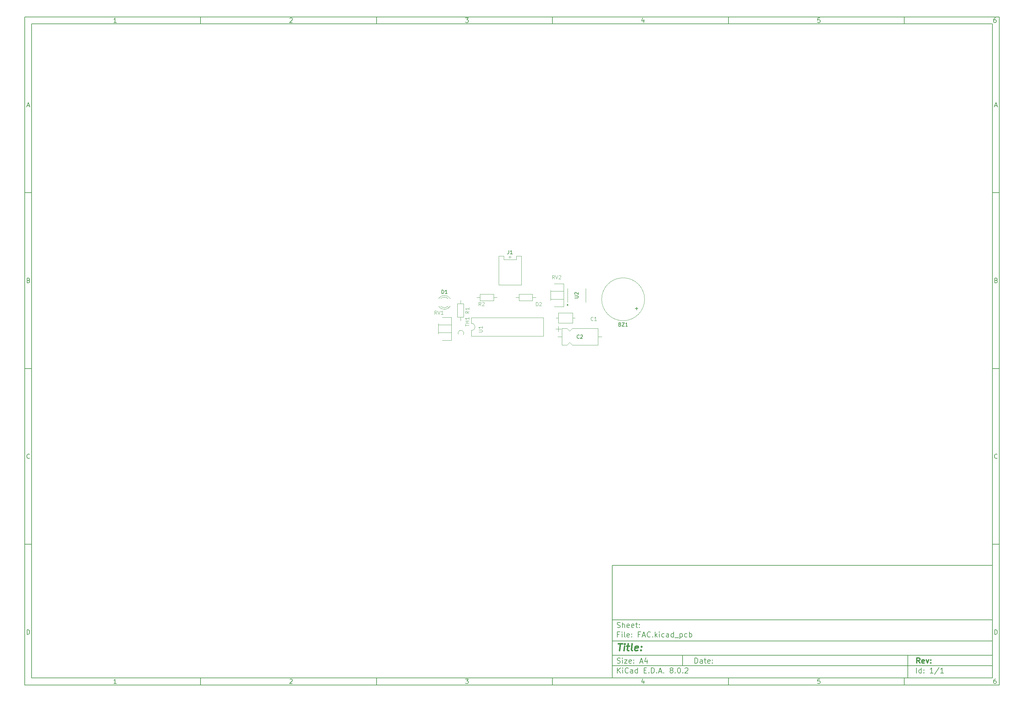
<source format=gbr>
%TF.GenerationSoftware,KiCad,Pcbnew,8.0.2*%
%TF.CreationDate,2024-06-13T18:36:30+05:30*%
%TF.ProjectId,FAC,4641432e-6b69-4636-9164-5f7063625858,rev?*%
%TF.SameCoordinates,Original*%
%TF.FileFunction,Legend,Top*%
%TF.FilePolarity,Positive*%
%FSLAX46Y46*%
G04 Gerber Fmt 4.6, Leading zero omitted, Abs format (unit mm)*
G04 Created by KiCad (PCBNEW 8.0.2) date 2024-06-13 18:36:30*
%MOMM*%
%LPD*%
G01*
G04 APERTURE LIST*
%ADD10C,0.100000*%
%ADD11C,0.150000*%
%ADD12C,0.300000*%
%ADD13C,0.400000*%
%ADD14C,0.125000*%
%ADD15C,0.120000*%
G04 APERTURE END LIST*
D10*
D11*
X177002200Y-166007200D02*
X285002200Y-166007200D01*
X285002200Y-198007200D01*
X177002200Y-198007200D01*
X177002200Y-166007200D01*
D10*
D11*
X10000000Y-10000000D02*
X287002200Y-10000000D01*
X287002200Y-200007200D01*
X10000000Y-200007200D01*
X10000000Y-10000000D01*
D10*
D11*
X12000000Y-12000000D02*
X285002200Y-12000000D01*
X285002200Y-198007200D01*
X12000000Y-198007200D01*
X12000000Y-12000000D01*
D10*
D11*
X60000000Y-12000000D02*
X60000000Y-10000000D01*
D10*
D11*
X110000000Y-12000000D02*
X110000000Y-10000000D01*
D10*
D11*
X160000000Y-12000000D02*
X160000000Y-10000000D01*
D10*
D11*
X210000000Y-12000000D02*
X210000000Y-10000000D01*
D10*
D11*
X260000000Y-12000000D02*
X260000000Y-10000000D01*
D10*
D11*
X36089160Y-11593604D02*
X35346303Y-11593604D01*
X35717731Y-11593604D02*
X35717731Y-10293604D01*
X35717731Y-10293604D02*
X35593922Y-10479319D01*
X35593922Y-10479319D02*
X35470112Y-10603128D01*
X35470112Y-10603128D02*
X35346303Y-10665033D01*
D10*
D11*
X85346303Y-10417414D02*
X85408207Y-10355509D01*
X85408207Y-10355509D02*
X85532017Y-10293604D01*
X85532017Y-10293604D02*
X85841541Y-10293604D01*
X85841541Y-10293604D02*
X85965350Y-10355509D01*
X85965350Y-10355509D02*
X86027255Y-10417414D01*
X86027255Y-10417414D02*
X86089160Y-10541223D01*
X86089160Y-10541223D02*
X86089160Y-10665033D01*
X86089160Y-10665033D02*
X86027255Y-10850747D01*
X86027255Y-10850747D02*
X85284398Y-11593604D01*
X85284398Y-11593604D02*
X86089160Y-11593604D01*
D10*
D11*
X135284398Y-10293604D02*
X136089160Y-10293604D01*
X136089160Y-10293604D02*
X135655826Y-10788842D01*
X135655826Y-10788842D02*
X135841541Y-10788842D01*
X135841541Y-10788842D02*
X135965350Y-10850747D01*
X135965350Y-10850747D02*
X136027255Y-10912652D01*
X136027255Y-10912652D02*
X136089160Y-11036461D01*
X136089160Y-11036461D02*
X136089160Y-11345985D01*
X136089160Y-11345985D02*
X136027255Y-11469795D01*
X136027255Y-11469795D02*
X135965350Y-11531700D01*
X135965350Y-11531700D02*
X135841541Y-11593604D01*
X135841541Y-11593604D02*
X135470112Y-11593604D01*
X135470112Y-11593604D02*
X135346303Y-11531700D01*
X135346303Y-11531700D02*
X135284398Y-11469795D01*
D10*
D11*
X185965350Y-10726938D02*
X185965350Y-11593604D01*
X185655826Y-10231700D02*
X185346303Y-11160271D01*
X185346303Y-11160271D02*
X186151064Y-11160271D01*
D10*
D11*
X236027255Y-10293604D02*
X235408207Y-10293604D01*
X235408207Y-10293604D02*
X235346303Y-10912652D01*
X235346303Y-10912652D02*
X235408207Y-10850747D01*
X235408207Y-10850747D02*
X235532017Y-10788842D01*
X235532017Y-10788842D02*
X235841541Y-10788842D01*
X235841541Y-10788842D02*
X235965350Y-10850747D01*
X235965350Y-10850747D02*
X236027255Y-10912652D01*
X236027255Y-10912652D02*
X236089160Y-11036461D01*
X236089160Y-11036461D02*
X236089160Y-11345985D01*
X236089160Y-11345985D02*
X236027255Y-11469795D01*
X236027255Y-11469795D02*
X235965350Y-11531700D01*
X235965350Y-11531700D02*
X235841541Y-11593604D01*
X235841541Y-11593604D02*
X235532017Y-11593604D01*
X235532017Y-11593604D02*
X235408207Y-11531700D01*
X235408207Y-11531700D02*
X235346303Y-11469795D01*
D10*
D11*
X285965350Y-10293604D02*
X285717731Y-10293604D01*
X285717731Y-10293604D02*
X285593922Y-10355509D01*
X285593922Y-10355509D02*
X285532017Y-10417414D01*
X285532017Y-10417414D02*
X285408207Y-10603128D01*
X285408207Y-10603128D02*
X285346303Y-10850747D01*
X285346303Y-10850747D02*
X285346303Y-11345985D01*
X285346303Y-11345985D02*
X285408207Y-11469795D01*
X285408207Y-11469795D02*
X285470112Y-11531700D01*
X285470112Y-11531700D02*
X285593922Y-11593604D01*
X285593922Y-11593604D02*
X285841541Y-11593604D01*
X285841541Y-11593604D02*
X285965350Y-11531700D01*
X285965350Y-11531700D02*
X286027255Y-11469795D01*
X286027255Y-11469795D02*
X286089160Y-11345985D01*
X286089160Y-11345985D02*
X286089160Y-11036461D01*
X286089160Y-11036461D02*
X286027255Y-10912652D01*
X286027255Y-10912652D02*
X285965350Y-10850747D01*
X285965350Y-10850747D02*
X285841541Y-10788842D01*
X285841541Y-10788842D02*
X285593922Y-10788842D01*
X285593922Y-10788842D02*
X285470112Y-10850747D01*
X285470112Y-10850747D02*
X285408207Y-10912652D01*
X285408207Y-10912652D02*
X285346303Y-11036461D01*
D10*
D11*
X60000000Y-198007200D02*
X60000000Y-200007200D01*
D10*
D11*
X110000000Y-198007200D02*
X110000000Y-200007200D01*
D10*
D11*
X160000000Y-198007200D02*
X160000000Y-200007200D01*
D10*
D11*
X210000000Y-198007200D02*
X210000000Y-200007200D01*
D10*
D11*
X260000000Y-198007200D02*
X260000000Y-200007200D01*
D10*
D11*
X36089160Y-199600804D02*
X35346303Y-199600804D01*
X35717731Y-199600804D02*
X35717731Y-198300804D01*
X35717731Y-198300804D02*
X35593922Y-198486519D01*
X35593922Y-198486519D02*
X35470112Y-198610328D01*
X35470112Y-198610328D02*
X35346303Y-198672233D01*
D10*
D11*
X85346303Y-198424614D02*
X85408207Y-198362709D01*
X85408207Y-198362709D02*
X85532017Y-198300804D01*
X85532017Y-198300804D02*
X85841541Y-198300804D01*
X85841541Y-198300804D02*
X85965350Y-198362709D01*
X85965350Y-198362709D02*
X86027255Y-198424614D01*
X86027255Y-198424614D02*
X86089160Y-198548423D01*
X86089160Y-198548423D02*
X86089160Y-198672233D01*
X86089160Y-198672233D02*
X86027255Y-198857947D01*
X86027255Y-198857947D02*
X85284398Y-199600804D01*
X85284398Y-199600804D02*
X86089160Y-199600804D01*
D10*
D11*
X135284398Y-198300804D02*
X136089160Y-198300804D01*
X136089160Y-198300804D02*
X135655826Y-198796042D01*
X135655826Y-198796042D02*
X135841541Y-198796042D01*
X135841541Y-198796042D02*
X135965350Y-198857947D01*
X135965350Y-198857947D02*
X136027255Y-198919852D01*
X136027255Y-198919852D02*
X136089160Y-199043661D01*
X136089160Y-199043661D02*
X136089160Y-199353185D01*
X136089160Y-199353185D02*
X136027255Y-199476995D01*
X136027255Y-199476995D02*
X135965350Y-199538900D01*
X135965350Y-199538900D02*
X135841541Y-199600804D01*
X135841541Y-199600804D02*
X135470112Y-199600804D01*
X135470112Y-199600804D02*
X135346303Y-199538900D01*
X135346303Y-199538900D02*
X135284398Y-199476995D01*
D10*
D11*
X185965350Y-198734138D02*
X185965350Y-199600804D01*
X185655826Y-198238900D02*
X185346303Y-199167471D01*
X185346303Y-199167471D02*
X186151064Y-199167471D01*
D10*
D11*
X236027255Y-198300804D02*
X235408207Y-198300804D01*
X235408207Y-198300804D02*
X235346303Y-198919852D01*
X235346303Y-198919852D02*
X235408207Y-198857947D01*
X235408207Y-198857947D02*
X235532017Y-198796042D01*
X235532017Y-198796042D02*
X235841541Y-198796042D01*
X235841541Y-198796042D02*
X235965350Y-198857947D01*
X235965350Y-198857947D02*
X236027255Y-198919852D01*
X236027255Y-198919852D02*
X236089160Y-199043661D01*
X236089160Y-199043661D02*
X236089160Y-199353185D01*
X236089160Y-199353185D02*
X236027255Y-199476995D01*
X236027255Y-199476995D02*
X235965350Y-199538900D01*
X235965350Y-199538900D02*
X235841541Y-199600804D01*
X235841541Y-199600804D02*
X235532017Y-199600804D01*
X235532017Y-199600804D02*
X235408207Y-199538900D01*
X235408207Y-199538900D02*
X235346303Y-199476995D01*
D10*
D11*
X285965350Y-198300804D02*
X285717731Y-198300804D01*
X285717731Y-198300804D02*
X285593922Y-198362709D01*
X285593922Y-198362709D02*
X285532017Y-198424614D01*
X285532017Y-198424614D02*
X285408207Y-198610328D01*
X285408207Y-198610328D02*
X285346303Y-198857947D01*
X285346303Y-198857947D02*
X285346303Y-199353185D01*
X285346303Y-199353185D02*
X285408207Y-199476995D01*
X285408207Y-199476995D02*
X285470112Y-199538900D01*
X285470112Y-199538900D02*
X285593922Y-199600804D01*
X285593922Y-199600804D02*
X285841541Y-199600804D01*
X285841541Y-199600804D02*
X285965350Y-199538900D01*
X285965350Y-199538900D02*
X286027255Y-199476995D01*
X286027255Y-199476995D02*
X286089160Y-199353185D01*
X286089160Y-199353185D02*
X286089160Y-199043661D01*
X286089160Y-199043661D02*
X286027255Y-198919852D01*
X286027255Y-198919852D02*
X285965350Y-198857947D01*
X285965350Y-198857947D02*
X285841541Y-198796042D01*
X285841541Y-198796042D02*
X285593922Y-198796042D01*
X285593922Y-198796042D02*
X285470112Y-198857947D01*
X285470112Y-198857947D02*
X285408207Y-198919852D01*
X285408207Y-198919852D02*
X285346303Y-199043661D01*
D10*
D11*
X10000000Y-60000000D02*
X12000000Y-60000000D01*
D10*
D11*
X10000000Y-110000000D02*
X12000000Y-110000000D01*
D10*
D11*
X10000000Y-160000000D02*
X12000000Y-160000000D01*
D10*
D11*
X10690476Y-35222176D02*
X11309523Y-35222176D01*
X10566666Y-35593604D02*
X10999999Y-34293604D01*
X10999999Y-34293604D02*
X11433333Y-35593604D01*
D10*
D11*
X11092857Y-84912652D02*
X11278571Y-84974557D01*
X11278571Y-84974557D02*
X11340476Y-85036461D01*
X11340476Y-85036461D02*
X11402380Y-85160271D01*
X11402380Y-85160271D02*
X11402380Y-85345985D01*
X11402380Y-85345985D02*
X11340476Y-85469795D01*
X11340476Y-85469795D02*
X11278571Y-85531700D01*
X11278571Y-85531700D02*
X11154761Y-85593604D01*
X11154761Y-85593604D02*
X10659523Y-85593604D01*
X10659523Y-85593604D02*
X10659523Y-84293604D01*
X10659523Y-84293604D02*
X11092857Y-84293604D01*
X11092857Y-84293604D02*
X11216666Y-84355509D01*
X11216666Y-84355509D02*
X11278571Y-84417414D01*
X11278571Y-84417414D02*
X11340476Y-84541223D01*
X11340476Y-84541223D02*
X11340476Y-84665033D01*
X11340476Y-84665033D02*
X11278571Y-84788842D01*
X11278571Y-84788842D02*
X11216666Y-84850747D01*
X11216666Y-84850747D02*
X11092857Y-84912652D01*
X11092857Y-84912652D02*
X10659523Y-84912652D01*
D10*
D11*
X11402380Y-135469795D02*
X11340476Y-135531700D01*
X11340476Y-135531700D02*
X11154761Y-135593604D01*
X11154761Y-135593604D02*
X11030952Y-135593604D01*
X11030952Y-135593604D02*
X10845238Y-135531700D01*
X10845238Y-135531700D02*
X10721428Y-135407890D01*
X10721428Y-135407890D02*
X10659523Y-135284080D01*
X10659523Y-135284080D02*
X10597619Y-135036461D01*
X10597619Y-135036461D02*
X10597619Y-134850747D01*
X10597619Y-134850747D02*
X10659523Y-134603128D01*
X10659523Y-134603128D02*
X10721428Y-134479319D01*
X10721428Y-134479319D02*
X10845238Y-134355509D01*
X10845238Y-134355509D02*
X11030952Y-134293604D01*
X11030952Y-134293604D02*
X11154761Y-134293604D01*
X11154761Y-134293604D02*
X11340476Y-134355509D01*
X11340476Y-134355509D02*
X11402380Y-134417414D01*
D10*
D11*
X10659523Y-185593604D02*
X10659523Y-184293604D01*
X10659523Y-184293604D02*
X10969047Y-184293604D01*
X10969047Y-184293604D02*
X11154761Y-184355509D01*
X11154761Y-184355509D02*
X11278571Y-184479319D01*
X11278571Y-184479319D02*
X11340476Y-184603128D01*
X11340476Y-184603128D02*
X11402380Y-184850747D01*
X11402380Y-184850747D02*
X11402380Y-185036461D01*
X11402380Y-185036461D02*
X11340476Y-185284080D01*
X11340476Y-185284080D02*
X11278571Y-185407890D01*
X11278571Y-185407890D02*
X11154761Y-185531700D01*
X11154761Y-185531700D02*
X10969047Y-185593604D01*
X10969047Y-185593604D02*
X10659523Y-185593604D01*
D10*
D11*
X287002200Y-60000000D02*
X285002200Y-60000000D01*
D10*
D11*
X287002200Y-110000000D02*
X285002200Y-110000000D01*
D10*
D11*
X287002200Y-160000000D02*
X285002200Y-160000000D01*
D10*
D11*
X285692676Y-35222176D02*
X286311723Y-35222176D01*
X285568866Y-35593604D02*
X286002199Y-34293604D01*
X286002199Y-34293604D02*
X286435533Y-35593604D01*
D10*
D11*
X286095057Y-84912652D02*
X286280771Y-84974557D01*
X286280771Y-84974557D02*
X286342676Y-85036461D01*
X286342676Y-85036461D02*
X286404580Y-85160271D01*
X286404580Y-85160271D02*
X286404580Y-85345985D01*
X286404580Y-85345985D02*
X286342676Y-85469795D01*
X286342676Y-85469795D02*
X286280771Y-85531700D01*
X286280771Y-85531700D02*
X286156961Y-85593604D01*
X286156961Y-85593604D02*
X285661723Y-85593604D01*
X285661723Y-85593604D02*
X285661723Y-84293604D01*
X285661723Y-84293604D02*
X286095057Y-84293604D01*
X286095057Y-84293604D02*
X286218866Y-84355509D01*
X286218866Y-84355509D02*
X286280771Y-84417414D01*
X286280771Y-84417414D02*
X286342676Y-84541223D01*
X286342676Y-84541223D02*
X286342676Y-84665033D01*
X286342676Y-84665033D02*
X286280771Y-84788842D01*
X286280771Y-84788842D02*
X286218866Y-84850747D01*
X286218866Y-84850747D02*
X286095057Y-84912652D01*
X286095057Y-84912652D02*
X285661723Y-84912652D01*
D10*
D11*
X286404580Y-135469795D02*
X286342676Y-135531700D01*
X286342676Y-135531700D02*
X286156961Y-135593604D01*
X286156961Y-135593604D02*
X286033152Y-135593604D01*
X286033152Y-135593604D02*
X285847438Y-135531700D01*
X285847438Y-135531700D02*
X285723628Y-135407890D01*
X285723628Y-135407890D02*
X285661723Y-135284080D01*
X285661723Y-135284080D02*
X285599819Y-135036461D01*
X285599819Y-135036461D02*
X285599819Y-134850747D01*
X285599819Y-134850747D02*
X285661723Y-134603128D01*
X285661723Y-134603128D02*
X285723628Y-134479319D01*
X285723628Y-134479319D02*
X285847438Y-134355509D01*
X285847438Y-134355509D02*
X286033152Y-134293604D01*
X286033152Y-134293604D02*
X286156961Y-134293604D01*
X286156961Y-134293604D02*
X286342676Y-134355509D01*
X286342676Y-134355509D02*
X286404580Y-134417414D01*
D10*
D11*
X285661723Y-185593604D02*
X285661723Y-184293604D01*
X285661723Y-184293604D02*
X285971247Y-184293604D01*
X285971247Y-184293604D02*
X286156961Y-184355509D01*
X286156961Y-184355509D02*
X286280771Y-184479319D01*
X286280771Y-184479319D02*
X286342676Y-184603128D01*
X286342676Y-184603128D02*
X286404580Y-184850747D01*
X286404580Y-184850747D02*
X286404580Y-185036461D01*
X286404580Y-185036461D02*
X286342676Y-185284080D01*
X286342676Y-185284080D02*
X286280771Y-185407890D01*
X286280771Y-185407890D02*
X286156961Y-185531700D01*
X286156961Y-185531700D02*
X285971247Y-185593604D01*
X285971247Y-185593604D02*
X285661723Y-185593604D01*
D10*
D11*
X200458026Y-193793328D02*
X200458026Y-192293328D01*
X200458026Y-192293328D02*
X200815169Y-192293328D01*
X200815169Y-192293328D02*
X201029455Y-192364757D01*
X201029455Y-192364757D02*
X201172312Y-192507614D01*
X201172312Y-192507614D02*
X201243741Y-192650471D01*
X201243741Y-192650471D02*
X201315169Y-192936185D01*
X201315169Y-192936185D02*
X201315169Y-193150471D01*
X201315169Y-193150471D02*
X201243741Y-193436185D01*
X201243741Y-193436185D02*
X201172312Y-193579042D01*
X201172312Y-193579042D02*
X201029455Y-193721900D01*
X201029455Y-193721900D02*
X200815169Y-193793328D01*
X200815169Y-193793328D02*
X200458026Y-193793328D01*
X202600884Y-193793328D02*
X202600884Y-193007614D01*
X202600884Y-193007614D02*
X202529455Y-192864757D01*
X202529455Y-192864757D02*
X202386598Y-192793328D01*
X202386598Y-192793328D02*
X202100884Y-192793328D01*
X202100884Y-192793328D02*
X201958026Y-192864757D01*
X202600884Y-193721900D02*
X202458026Y-193793328D01*
X202458026Y-193793328D02*
X202100884Y-193793328D01*
X202100884Y-193793328D02*
X201958026Y-193721900D01*
X201958026Y-193721900D02*
X201886598Y-193579042D01*
X201886598Y-193579042D02*
X201886598Y-193436185D01*
X201886598Y-193436185D02*
X201958026Y-193293328D01*
X201958026Y-193293328D02*
X202100884Y-193221900D01*
X202100884Y-193221900D02*
X202458026Y-193221900D01*
X202458026Y-193221900D02*
X202600884Y-193150471D01*
X203100884Y-192793328D02*
X203672312Y-192793328D01*
X203315169Y-192293328D02*
X203315169Y-193579042D01*
X203315169Y-193579042D02*
X203386598Y-193721900D01*
X203386598Y-193721900D02*
X203529455Y-193793328D01*
X203529455Y-193793328D02*
X203672312Y-193793328D01*
X204743741Y-193721900D02*
X204600884Y-193793328D01*
X204600884Y-193793328D02*
X204315170Y-193793328D01*
X204315170Y-193793328D02*
X204172312Y-193721900D01*
X204172312Y-193721900D02*
X204100884Y-193579042D01*
X204100884Y-193579042D02*
X204100884Y-193007614D01*
X204100884Y-193007614D02*
X204172312Y-192864757D01*
X204172312Y-192864757D02*
X204315170Y-192793328D01*
X204315170Y-192793328D02*
X204600884Y-192793328D01*
X204600884Y-192793328D02*
X204743741Y-192864757D01*
X204743741Y-192864757D02*
X204815170Y-193007614D01*
X204815170Y-193007614D02*
X204815170Y-193150471D01*
X204815170Y-193150471D02*
X204100884Y-193293328D01*
X205458026Y-193650471D02*
X205529455Y-193721900D01*
X205529455Y-193721900D02*
X205458026Y-193793328D01*
X205458026Y-193793328D02*
X205386598Y-193721900D01*
X205386598Y-193721900D02*
X205458026Y-193650471D01*
X205458026Y-193650471D02*
X205458026Y-193793328D01*
X205458026Y-192864757D02*
X205529455Y-192936185D01*
X205529455Y-192936185D02*
X205458026Y-193007614D01*
X205458026Y-193007614D02*
X205386598Y-192936185D01*
X205386598Y-192936185D02*
X205458026Y-192864757D01*
X205458026Y-192864757D02*
X205458026Y-193007614D01*
D10*
D11*
X177002200Y-194507200D02*
X285002200Y-194507200D01*
D10*
D11*
X178458026Y-196593328D02*
X178458026Y-195093328D01*
X179315169Y-196593328D02*
X178672312Y-195736185D01*
X179315169Y-195093328D02*
X178458026Y-195950471D01*
X179958026Y-196593328D02*
X179958026Y-195593328D01*
X179958026Y-195093328D02*
X179886598Y-195164757D01*
X179886598Y-195164757D02*
X179958026Y-195236185D01*
X179958026Y-195236185D02*
X180029455Y-195164757D01*
X180029455Y-195164757D02*
X179958026Y-195093328D01*
X179958026Y-195093328D02*
X179958026Y-195236185D01*
X181529455Y-196450471D02*
X181458027Y-196521900D01*
X181458027Y-196521900D02*
X181243741Y-196593328D01*
X181243741Y-196593328D02*
X181100884Y-196593328D01*
X181100884Y-196593328D02*
X180886598Y-196521900D01*
X180886598Y-196521900D02*
X180743741Y-196379042D01*
X180743741Y-196379042D02*
X180672312Y-196236185D01*
X180672312Y-196236185D02*
X180600884Y-195950471D01*
X180600884Y-195950471D02*
X180600884Y-195736185D01*
X180600884Y-195736185D02*
X180672312Y-195450471D01*
X180672312Y-195450471D02*
X180743741Y-195307614D01*
X180743741Y-195307614D02*
X180886598Y-195164757D01*
X180886598Y-195164757D02*
X181100884Y-195093328D01*
X181100884Y-195093328D02*
X181243741Y-195093328D01*
X181243741Y-195093328D02*
X181458027Y-195164757D01*
X181458027Y-195164757D02*
X181529455Y-195236185D01*
X182815170Y-196593328D02*
X182815170Y-195807614D01*
X182815170Y-195807614D02*
X182743741Y-195664757D01*
X182743741Y-195664757D02*
X182600884Y-195593328D01*
X182600884Y-195593328D02*
X182315170Y-195593328D01*
X182315170Y-195593328D02*
X182172312Y-195664757D01*
X182815170Y-196521900D02*
X182672312Y-196593328D01*
X182672312Y-196593328D02*
X182315170Y-196593328D01*
X182315170Y-196593328D02*
X182172312Y-196521900D01*
X182172312Y-196521900D02*
X182100884Y-196379042D01*
X182100884Y-196379042D02*
X182100884Y-196236185D01*
X182100884Y-196236185D02*
X182172312Y-196093328D01*
X182172312Y-196093328D02*
X182315170Y-196021900D01*
X182315170Y-196021900D02*
X182672312Y-196021900D01*
X182672312Y-196021900D02*
X182815170Y-195950471D01*
X184172313Y-196593328D02*
X184172313Y-195093328D01*
X184172313Y-196521900D02*
X184029455Y-196593328D01*
X184029455Y-196593328D02*
X183743741Y-196593328D01*
X183743741Y-196593328D02*
X183600884Y-196521900D01*
X183600884Y-196521900D02*
X183529455Y-196450471D01*
X183529455Y-196450471D02*
X183458027Y-196307614D01*
X183458027Y-196307614D02*
X183458027Y-195879042D01*
X183458027Y-195879042D02*
X183529455Y-195736185D01*
X183529455Y-195736185D02*
X183600884Y-195664757D01*
X183600884Y-195664757D02*
X183743741Y-195593328D01*
X183743741Y-195593328D02*
X184029455Y-195593328D01*
X184029455Y-195593328D02*
X184172313Y-195664757D01*
X186029455Y-195807614D02*
X186529455Y-195807614D01*
X186743741Y-196593328D02*
X186029455Y-196593328D01*
X186029455Y-196593328D02*
X186029455Y-195093328D01*
X186029455Y-195093328D02*
X186743741Y-195093328D01*
X187386598Y-196450471D02*
X187458027Y-196521900D01*
X187458027Y-196521900D02*
X187386598Y-196593328D01*
X187386598Y-196593328D02*
X187315170Y-196521900D01*
X187315170Y-196521900D02*
X187386598Y-196450471D01*
X187386598Y-196450471D02*
X187386598Y-196593328D01*
X188100884Y-196593328D02*
X188100884Y-195093328D01*
X188100884Y-195093328D02*
X188458027Y-195093328D01*
X188458027Y-195093328D02*
X188672313Y-195164757D01*
X188672313Y-195164757D02*
X188815170Y-195307614D01*
X188815170Y-195307614D02*
X188886599Y-195450471D01*
X188886599Y-195450471D02*
X188958027Y-195736185D01*
X188958027Y-195736185D02*
X188958027Y-195950471D01*
X188958027Y-195950471D02*
X188886599Y-196236185D01*
X188886599Y-196236185D02*
X188815170Y-196379042D01*
X188815170Y-196379042D02*
X188672313Y-196521900D01*
X188672313Y-196521900D02*
X188458027Y-196593328D01*
X188458027Y-196593328D02*
X188100884Y-196593328D01*
X189600884Y-196450471D02*
X189672313Y-196521900D01*
X189672313Y-196521900D02*
X189600884Y-196593328D01*
X189600884Y-196593328D02*
X189529456Y-196521900D01*
X189529456Y-196521900D02*
X189600884Y-196450471D01*
X189600884Y-196450471D02*
X189600884Y-196593328D01*
X190243742Y-196164757D02*
X190958028Y-196164757D01*
X190100885Y-196593328D02*
X190600885Y-195093328D01*
X190600885Y-195093328D02*
X191100885Y-196593328D01*
X191600884Y-196450471D02*
X191672313Y-196521900D01*
X191672313Y-196521900D02*
X191600884Y-196593328D01*
X191600884Y-196593328D02*
X191529456Y-196521900D01*
X191529456Y-196521900D02*
X191600884Y-196450471D01*
X191600884Y-196450471D02*
X191600884Y-196593328D01*
X193672313Y-195736185D02*
X193529456Y-195664757D01*
X193529456Y-195664757D02*
X193458027Y-195593328D01*
X193458027Y-195593328D02*
X193386599Y-195450471D01*
X193386599Y-195450471D02*
X193386599Y-195379042D01*
X193386599Y-195379042D02*
X193458027Y-195236185D01*
X193458027Y-195236185D02*
X193529456Y-195164757D01*
X193529456Y-195164757D02*
X193672313Y-195093328D01*
X193672313Y-195093328D02*
X193958027Y-195093328D01*
X193958027Y-195093328D02*
X194100885Y-195164757D01*
X194100885Y-195164757D02*
X194172313Y-195236185D01*
X194172313Y-195236185D02*
X194243742Y-195379042D01*
X194243742Y-195379042D02*
X194243742Y-195450471D01*
X194243742Y-195450471D02*
X194172313Y-195593328D01*
X194172313Y-195593328D02*
X194100885Y-195664757D01*
X194100885Y-195664757D02*
X193958027Y-195736185D01*
X193958027Y-195736185D02*
X193672313Y-195736185D01*
X193672313Y-195736185D02*
X193529456Y-195807614D01*
X193529456Y-195807614D02*
X193458027Y-195879042D01*
X193458027Y-195879042D02*
X193386599Y-196021900D01*
X193386599Y-196021900D02*
X193386599Y-196307614D01*
X193386599Y-196307614D02*
X193458027Y-196450471D01*
X193458027Y-196450471D02*
X193529456Y-196521900D01*
X193529456Y-196521900D02*
X193672313Y-196593328D01*
X193672313Y-196593328D02*
X193958027Y-196593328D01*
X193958027Y-196593328D02*
X194100885Y-196521900D01*
X194100885Y-196521900D02*
X194172313Y-196450471D01*
X194172313Y-196450471D02*
X194243742Y-196307614D01*
X194243742Y-196307614D02*
X194243742Y-196021900D01*
X194243742Y-196021900D02*
X194172313Y-195879042D01*
X194172313Y-195879042D02*
X194100885Y-195807614D01*
X194100885Y-195807614D02*
X193958027Y-195736185D01*
X194886598Y-196450471D02*
X194958027Y-196521900D01*
X194958027Y-196521900D02*
X194886598Y-196593328D01*
X194886598Y-196593328D02*
X194815170Y-196521900D01*
X194815170Y-196521900D02*
X194886598Y-196450471D01*
X194886598Y-196450471D02*
X194886598Y-196593328D01*
X195886599Y-195093328D02*
X196029456Y-195093328D01*
X196029456Y-195093328D02*
X196172313Y-195164757D01*
X196172313Y-195164757D02*
X196243742Y-195236185D01*
X196243742Y-195236185D02*
X196315170Y-195379042D01*
X196315170Y-195379042D02*
X196386599Y-195664757D01*
X196386599Y-195664757D02*
X196386599Y-196021900D01*
X196386599Y-196021900D02*
X196315170Y-196307614D01*
X196315170Y-196307614D02*
X196243742Y-196450471D01*
X196243742Y-196450471D02*
X196172313Y-196521900D01*
X196172313Y-196521900D02*
X196029456Y-196593328D01*
X196029456Y-196593328D02*
X195886599Y-196593328D01*
X195886599Y-196593328D02*
X195743742Y-196521900D01*
X195743742Y-196521900D02*
X195672313Y-196450471D01*
X195672313Y-196450471D02*
X195600884Y-196307614D01*
X195600884Y-196307614D02*
X195529456Y-196021900D01*
X195529456Y-196021900D02*
X195529456Y-195664757D01*
X195529456Y-195664757D02*
X195600884Y-195379042D01*
X195600884Y-195379042D02*
X195672313Y-195236185D01*
X195672313Y-195236185D02*
X195743742Y-195164757D01*
X195743742Y-195164757D02*
X195886599Y-195093328D01*
X197029455Y-196450471D02*
X197100884Y-196521900D01*
X197100884Y-196521900D02*
X197029455Y-196593328D01*
X197029455Y-196593328D02*
X196958027Y-196521900D01*
X196958027Y-196521900D02*
X197029455Y-196450471D01*
X197029455Y-196450471D02*
X197029455Y-196593328D01*
X197672313Y-195236185D02*
X197743741Y-195164757D01*
X197743741Y-195164757D02*
X197886599Y-195093328D01*
X197886599Y-195093328D02*
X198243741Y-195093328D01*
X198243741Y-195093328D02*
X198386599Y-195164757D01*
X198386599Y-195164757D02*
X198458027Y-195236185D01*
X198458027Y-195236185D02*
X198529456Y-195379042D01*
X198529456Y-195379042D02*
X198529456Y-195521900D01*
X198529456Y-195521900D02*
X198458027Y-195736185D01*
X198458027Y-195736185D02*
X197600884Y-196593328D01*
X197600884Y-196593328D02*
X198529456Y-196593328D01*
D10*
D11*
X177002200Y-191507200D02*
X285002200Y-191507200D01*
D10*
D12*
X264413853Y-193785528D02*
X263913853Y-193071242D01*
X263556710Y-193785528D02*
X263556710Y-192285528D01*
X263556710Y-192285528D02*
X264128139Y-192285528D01*
X264128139Y-192285528D02*
X264270996Y-192356957D01*
X264270996Y-192356957D02*
X264342425Y-192428385D01*
X264342425Y-192428385D02*
X264413853Y-192571242D01*
X264413853Y-192571242D02*
X264413853Y-192785528D01*
X264413853Y-192785528D02*
X264342425Y-192928385D01*
X264342425Y-192928385D02*
X264270996Y-192999814D01*
X264270996Y-192999814D02*
X264128139Y-193071242D01*
X264128139Y-193071242D02*
X263556710Y-193071242D01*
X265628139Y-193714100D02*
X265485282Y-193785528D01*
X265485282Y-193785528D02*
X265199568Y-193785528D01*
X265199568Y-193785528D02*
X265056710Y-193714100D01*
X265056710Y-193714100D02*
X264985282Y-193571242D01*
X264985282Y-193571242D02*
X264985282Y-192999814D01*
X264985282Y-192999814D02*
X265056710Y-192856957D01*
X265056710Y-192856957D02*
X265199568Y-192785528D01*
X265199568Y-192785528D02*
X265485282Y-192785528D01*
X265485282Y-192785528D02*
X265628139Y-192856957D01*
X265628139Y-192856957D02*
X265699568Y-192999814D01*
X265699568Y-192999814D02*
X265699568Y-193142671D01*
X265699568Y-193142671D02*
X264985282Y-193285528D01*
X266199567Y-192785528D02*
X266556710Y-193785528D01*
X266556710Y-193785528D02*
X266913853Y-192785528D01*
X267485281Y-193642671D02*
X267556710Y-193714100D01*
X267556710Y-193714100D02*
X267485281Y-193785528D01*
X267485281Y-193785528D02*
X267413853Y-193714100D01*
X267413853Y-193714100D02*
X267485281Y-193642671D01*
X267485281Y-193642671D02*
X267485281Y-193785528D01*
X267485281Y-192856957D02*
X267556710Y-192928385D01*
X267556710Y-192928385D02*
X267485281Y-192999814D01*
X267485281Y-192999814D02*
X267413853Y-192928385D01*
X267413853Y-192928385D02*
X267485281Y-192856957D01*
X267485281Y-192856957D02*
X267485281Y-192999814D01*
D10*
D11*
X178386598Y-193721900D02*
X178600884Y-193793328D01*
X178600884Y-193793328D02*
X178958026Y-193793328D01*
X178958026Y-193793328D02*
X179100884Y-193721900D01*
X179100884Y-193721900D02*
X179172312Y-193650471D01*
X179172312Y-193650471D02*
X179243741Y-193507614D01*
X179243741Y-193507614D02*
X179243741Y-193364757D01*
X179243741Y-193364757D02*
X179172312Y-193221900D01*
X179172312Y-193221900D02*
X179100884Y-193150471D01*
X179100884Y-193150471D02*
X178958026Y-193079042D01*
X178958026Y-193079042D02*
X178672312Y-193007614D01*
X178672312Y-193007614D02*
X178529455Y-192936185D01*
X178529455Y-192936185D02*
X178458026Y-192864757D01*
X178458026Y-192864757D02*
X178386598Y-192721900D01*
X178386598Y-192721900D02*
X178386598Y-192579042D01*
X178386598Y-192579042D02*
X178458026Y-192436185D01*
X178458026Y-192436185D02*
X178529455Y-192364757D01*
X178529455Y-192364757D02*
X178672312Y-192293328D01*
X178672312Y-192293328D02*
X179029455Y-192293328D01*
X179029455Y-192293328D02*
X179243741Y-192364757D01*
X179886597Y-193793328D02*
X179886597Y-192793328D01*
X179886597Y-192293328D02*
X179815169Y-192364757D01*
X179815169Y-192364757D02*
X179886597Y-192436185D01*
X179886597Y-192436185D02*
X179958026Y-192364757D01*
X179958026Y-192364757D02*
X179886597Y-192293328D01*
X179886597Y-192293328D02*
X179886597Y-192436185D01*
X180458026Y-192793328D02*
X181243741Y-192793328D01*
X181243741Y-192793328D02*
X180458026Y-193793328D01*
X180458026Y-193793328D02*
X181243741Y-193793328D01*
X182386598Y-193721900D02*
X182243741Y-193793328D01*
X182243741Y-193793328D02*
X181958027Y-193793328D01*
X181958027Y-193793328D02*
X181815169Y-193721900D01*
X181815169Y-193721900D02*
X181743741Y-193579042D01*
X181743741Y-193579042D02*
X181743741Y-193007614D01*
X181743741Y-193007614D02*
X181815169Y-192864757D01*
X181815169Y-192864757D02*
X181958027Y-192793328D01*
X181958027Y-192793328D02*
X182243741Y-192793328D01*
X182243741Y-192793328D02*
X182386598Y-192864757D01*
X182386598Y-192864757D02*
X182458027Y-193007614D01*
X182458027Y-193007614D02*
X182458027Y-193150471D01*
X182458027Y-193150471D02*
X181743741Y-193293328D01*
X183100883Y-193650471D02*
X183172312Y-193721900D01*
X183172312Y-193721900D02*
X183100883Y-193793328D01*
X183100883Y-193793328D02*
X183029455Y-193721900D01*
X183029455Y-193721900D02*
X183100883Y-193650471D01*
X183100883Y-193650471D02*
X183100883Y-193793328D01*
X183100883Y-192864757D02*
X183172312Y-192936185D01*
X183172312Y-192936185D02*
X183100883Y-193007614D01*
X183100883Y-193007614D02*
X183029455Y-192936185D01*
X183029455Y-192936185D02*
X183100883Y-192864757D01*
X183100883Y-192864757D02*
X183100883Y-193007614D01*
X184886598Y-193364757D02*
X185600884Y-193364757D01*
X184743741Y-193793328D02*
X185243741Y-192293328D01*
X185243741Y-192293328D02*
X185743741Y-193793328D01*
X186886598Y-192793328D02*
X186886598Y-193793328D01*
X186529455Y-192221900D02*
X186172312Y-193293328D01*
X186172312Y-193293328D02*
X187100883Y-193293328D01*
D10*
D11*
X263458026Y-196593328D02*
X263458026Y-195093328D01*
X264815170Y-196593328D02*
X264815170Y-195093328D01*
X264815170Y-196521900D02*
X264672312Y-196593328D01*
X264672312Y-196593328D02*
X264386598Y-196593328D01*
X264386598Y-196593328D02*
X264243741Y-196521900D01*
X264243741Y-196521900D02*
X264172312Y-196450471D01*
X264172312Y-196450471D02*
X264100884Y-196307614D01*
X264100884Y-196307614D02*
X264100884Y-195879042D01*
X264100884Y-195879042D02*
X264172312Y-195736185D01*
X264172312Y-195736185D02*
X264243741Y-195664757D01*
X264243741Y-195664757D02*
X264386598Y-195593328D01*
X264386598Y-195593328D02*
X264672312Y-195593328D01*
X264672312Y-195593328D02*
X264815170Y-195664757D01*
X265529455Y-196450471D02*
X265600884Y-196521900D01*
X265600884Y-196521900D02*
X265529455Y-196593328D01*
X265529455Y-196593328D02*
X265458027Y-196521900D01*
X265458027Y-196521900D02*
X265529455Y-196450471D01*
X265529455Y-196450471D02*
X265529455Y-196593328D01*
X265529455Y-195664757D02*
X265600884Y-195736185D01*
X265600884Y-195736185D02*
X265529455Y-195807614D01*
X265529455Y-195807614D02*
X265458027Y-195736185D01*
X265458027Y-195736185D02*
X265529455Y-195664757D01*
X265529455Y-195664757D02*
X265529455Y-195807614D01*
X268172313Y-196593328D02*
X267315170Y-196593328D01*
X267743741Y-196593328D02*
X267743741Y-195093328D01*
X267743741Y-195093328D02*
X267600884Y-195307614D01*
X267600884Y-195307614D02*
X267458027Y-195450471D01*
X267458027Y-195450471D02*
X267315170Y-195521900D01*
X269886598Y-195021900D02*
X268600884Y-196950471D01*
X271172313Y-196593328D02*
X270315170Y-196593328D01*
X270743741Y-196593328D02*
X270743741Y-195093328D01*
X270743741Y-195093328D02*
X270600884Y-195307614D01*
X270600884Y-195307614D02*
X270458027Y-195450471D01*
X270458027Y-195450471D02*
X270315170Y-195521900D01*
D10*
D11*
X177002200Y-187507200D02*
X285002200Y-187507200D01*
D10*
D13*
X178693928Y-188211638D02*
X179836785Y-188211638D01*
X179015357Y-190211638D02*
X179265357Y-188211638D01*
X180253452Y-190211638D02*
X180420119Y-188878304D01*
X180503452Y-188211638D02*
X180396309Y-188306876D01*
X180396309Y-188306876D02*
X180479643Y-188402114D01*
X180479643Y-188402114D02*
X180586786Y-188306876D01*
X180586786Y-188306876D02*
X180503452Y-188211638D01*
X180503452Y-188211638D02*
X180479643Y-188402114D01*
X181086786Y-188878304D02*
X181848690Y-188878304D01*
X181455833Y-188211638D02*
X181241548Y-189925923D01*
X181241548Y-189925923D02*
X181312976Y-190116400D01*
X181312976Y-190116400D02*
X181491548Y-190211638D01*
X181491548Y-190211638D02*
X181682024Y-190211638D01*
X182634405Y-190211638D02*
X182455833Y-190116400D01*
X182455833Y-190116400D02*
X182384405Y-189925923D01*
X182384405Y-189925923D02*
X182598690Y-188211638D01*
X184170119Y-190116400D02*
X183967738Y-190211638D01*
X183967738Y-190211638D02*
X183586785Y-190211638D01*
X183586785Y-190211638D02*
X183408214Y-190116400D01*
X183408214Y-190116400D02*
X183336785Y-189925923D01*
X183336785Y-189925923D02*
X183432024Y-189164019D01*
X183432024Y-189164019D02*
X183551071Y-188973542D01*
X183551071Y-188973542D02*
X183753452Y-188878304D01*
X183753452Y-188878304D02*
X184134404Y-188878304D01*
X184134404Y-188878304D02*
X184312976Y-188973542D01*
X184312976Y-188973542D02*
X184384404Y-189164019D01*
X184384404Y-189164019D02*
X184360595Y-189354495D01*
X184360595Y-189354495D02*
X183384404Y-189544971D01*
X185134405Y-190021161D02*
X185217738Y-190116400D01*
X185217738Y-190116400D02*
X185110595Y-190211638D01*
X185110595Y-190211638D02*
X185027262Y-190116400D01*
X185027262Y-190116400D02*
X185134405Y-190021161D01*
X185134405Y-190021161D02*
X185110595Y-190211638D01*
X185265357Y-188973542D02*
X185348690Y-189068780D01*
X185348690Y-189068780D02*
X185241548Y-189164019D01*
X185241548Y-189164019D02*
X185158214Y-189068780D01*
X185158214Y-189068780D02*
X185265357Y-188973542D01*
X185265357Y-188973542D02*
X185241548Y-189164019D01*
D10*
D11*
X178958026Y-185607614D02*
X178458026Y-185607614D01*
X178458026Y-186393328D02*
X178458026Y-184893328D01*
X178458026Y-184893328D02*
X179172312Y-184893328D01*
X179743740Y-186393328D02*
X179743740Y-185393328D01*
X179743740Y-184893328D02*
X179672312Y-184964757D01*
X179672312Y-184964757D02*
X179743740Y-185036185D01*
X179743740Y-185036185D02*
X179815169Y-184964757D01*
X179815169Y-184964757D02*
X179743740Y-184893328D01*
X179743740Y-184893328D02*
X179743740Y-185036185D01*
X180672312Y-186393328D02*
X180529455Y-186321900D01*
X180529455Y-186321900D02*
X180458026Y-186179042D01*
X180458026Y-186179042D02*
X180458026Y-184893328D01*
X181815169Y-186321900D02*
X181672312Y-186393328D01*
X181672312Y-186393328D02*
X181386598Y-186393328D01*
X181386598Y-186393328D02*
X181243740Y-186321900D01*
X181243740Y-186321900D02*
X181172312Y-186179042D01*
X181172312Y-186179042D02*
X181172312Y-185607614D01*
X181172312Y-185607614D02*
X181243740Y-185464757D01*
X181243740Y-185464757D02*
X181386598Y-185393328D01*
X181386598Y-185393328D02*
X181672312Y-185393328D01*
X181672312Y-185393328D02*
X181815169Y-185464757D01*
X181815169Y-185464757D02*
X181886598Y-185607614D01*
X181886598Y-185607614D02*
X181886598Y-185750471D01*
X181886598Y-185750471D02*
X181172312Y-185893328D01*
X182529454Y-186250471D02*
X182600883Y-186321900D01*
X182600883Y-186321900D02*
X182529454Y-186393328D01*
X182529454Y-186393328D02*
X182458026Y-186321900D01*
X182458026Y-186321900D02*
X182529454Y-186250471D01*
X182529454Y-186250471D02*
X182529454Y-186393328D01*
X182529454Y-185464757D02*
X182600883Y-185536185D01*
X182600883Y-185536185D02*
X182529454Y-185607614D01*
X182529454Y-185607614D02*
X182458026Y-185536185D01*
X182458026Y-185536185D02*
X182529454Y-185464757D01*
X182529454Y-185464757D02*
X182529454Y-185607614D01*
X184886597Y-185607614D02*
X184386597Y-185607614D01*
X184386597Y-186393328D02*
X184386597Y-184893328D01*
X184386597Y-184893328D02*
X185100883Y-184893328D01*
X185600883Y-185964757D02*
X186315169Y-185964757D01*
X185458026Y-186393328D02*
X185958026Y-184893328D01*
X185958026Y-184893328D02*
X186458026Y-186393328D01*
X187815168Y-186250471D02*
X187743740Y-186321900D01*
X187743740Y-186321900D02*
X187529454Y-186393328D01*
X187529454Y-186393328D02*
X187386597Y-186393328D01*
X187386597Y-186393328D02*
X187172311Y-186321900D01*
X187172311Y-186321900D02*
X187029454Y-186179042D01*
X187029454Y-186179042D02*
X186958025Y-186036185D01*
X186958025Y-186036185D02*
X186886597Y-185750471D01*
X186886597Y-185750471D02*
X186886597Y-185536185D01*
X186886597Y-185536185D02*
X186958025Y-185250471D01*
X186958025Y-185250471D02*
X187029454Y-185107614D01*
X187029454Y-185107614D02*
X187172311Y-184964757D01*
X187172311Y-184964757D02*
X187386597Y-184893328D01*
X187386597Y-184893328D02*
X187529454Y-184893328D01*
X187529454Y-184893328D02*
X187743740Y-184964757D01*
X187743740Y-184964757D02*
X187815168Y-185036185D01*
X188458025Y-186250471D02*
X188529454Y-186321900D01*
X188529454Y-186321900D02*
X188458025Y-186393328D01*
X188458025Y-186393328D02*
X188386597Y-186321900D01*
X188386597Y-186321900D02*
X188458025Y-186250471D01*
X188458025Y-186250471D02*
X188458025Y-186393328D01*
X189172311Y-186393328D02*
X189172311Y-184893328D01*
X189315169Y-185821900D02*
X189743740Y-186393328D01*
X189743740Y-185393328D02*
X189172311Y-185964757D01*
X190386597Y-186393328D02*
X190386597Y-185393328D01*
X190386597Y-184893328D02*
X190315169Y-184964757D01*
X190315169Y-184964757D02*
X190386597Y-185036185D01*
X190386597Y-185036185D02*
X190458026Y-184964757D01*
X190458026Y-184964757D02*
X190386597Y-184893328D01*
X190386597Y-184893328D02*
X190386597Y-185036185D01*
X191743741Y-186321900D02*
X191600883Y-186393328D01*
X191600883Y-186393328D02*
X191315169Y-186393328D01*
X191315169Y-186393328D02*
X191172312Y-186321900D01*
X191172312Y-186321900D02*
X191100883Y-186250471D01*
X191100883Y-186250471D02*
X191029455Y-186107614D01*
X191029455Y-186107614D02*
X191029455Y-185679042D01*
X191029455Y-185679042D02*
X191100883Y-185536185D01*
X191100883Y-185536185D02*
X191172312Y-185464757D01*
X191172312Y-185464757D02*
X191315169Y-185393328D01*
X191315169Y-185393328D02*
X191600883Y-185393328D01*
X191600883Y-185393328D02*
X191743741Y-185464757D01*
X193029455Y-186393328D02*
X193029455Y-185607614D01*
X193029455Y-185607614D02*
X192958026Y-185464757D01*
X192958026Y-185464757D02*
X192815169Y-185393328D01*
X192815169Y-185393328D02*
X192529455Y-185393328D01*
X192529455Y-185393328D02*
X192386597Y-185464757D01*
X193029455Y-186321900D02*
X192886597Y-186393328D01*
X192886597Y-186393328D02*
X192529455Y-186393328D01*
X192529455Y-186393328D02*
X192386597Y-186321900D01*
X192386597Y-186321900D02*
X192315169Y-186179042D01*
X192315169Y-186179042D02*
X192315169Y-186036185D01*
X192315169Y-186036185D02*
X192386597Y-185893328D01*
X192386597Y-185893328D02*
X192529455Y-185821900D01*
X192529455Y-185821900D02*
X192886597Y-185821900D01*
X192886597Y-185821900D02*
X193029455Y-185750471D01*
X194386598Y-186393328D02*
X194386598Y-184893328D01*
X194386598Y-186321900D02*
X194243740Y-186393328D01*
X194243740Y-186393328D02*
X193958026Y-186393328D01*
X193958026Y-186393328D02*
X193815169Y-186321900D01*
X193815169Y-186321900D02*
X193743740Y-186250471D01*
X193743740Y-186250471D02*
X193672312Y-186107614D01*
X193672312Y-186107614D02*
X193672312Y-185679042D01*
X193672312Y-185679042D02*
X193743740Y-185536185D01*
X193743740Y-185536185D02*
X193815169Y-185464757D01*
X193815169Y-185464757D02*
X193958026Y-185393328D01*
X193958026Y-185393328D02*
X194243740Y-185393328D01*
X194243740Y-185393328D02*
X194386598Y-185464757D01*
X194743741Y-186536185D02*
X195886598Y-186536185D01*
X196243740Y-185393328D02*
X196243740Y-186893328D01*
X196243740Y-185464757D02*
X196386598Y-185393328D01*
X196386598Y-185393328D02*
X196672312Y-185393328D01*
X196672312Y-185393328D02*
X196815169Y-185464757D01*
X196815169Y-185464757D02*
X196886598Y-185536185D01*
X196886598Y-185536185D02*
X196958026Y-185679042D01*
X196958026Y-185679042D02*
X196958026Y-186107614D01*
X196958026Y-186107614D02*
X196886598Y-186250471D01*
X196886598Y-186250471D02*
X196815169Y-186321900D01*
X196815169Y-186321900D02*
X196672312Y-186393328D01*
X196672312Y-186393328D02*
X196386598Y-186393328D01*
X196386598Y-186393328D02*
X196243740Y-186321900D01*
X198243741Y-186321900D02*
X198100883Y-186393328D01*
X198100883Y-186393328D02*
X197815169Y-186393328D01*
X197815169Y-186393328D02*
X197672312Y-186321900D01*
X197672312Y-186321900D02*
X197600883Y-186250471D01*
X197600883Y-186250471D02*
X197529455Y-186107614D01*
X197529455Y-186107614D02*
X197529455Y-185679042D01*
X197529455Y-185679042D02*
X197600883Y-185536185D01*
X197600883Y-185536185D02*
X197672312Y-185464757D01*
X197672312Y-185464757D02*
X197815169Y-185393328D01*
X197815169Y-185393328D02*
X198100883Y-185393328D01*
X198100883Y-185393328D02*
X198243741Y-185464757D01*
X198886597Y-186393328D02*
X198886597Y-184893328D01*
X198886597Y-185464757D02*
X199029455Y-185393328D01*
X199029455Y-185393328D02*
X199315169Y-185393328D01*
X199315169Y-185393328D02*
X199458026Y-185464757D01*
X199458026Y-185464757D02*
X199529455Y-185536185D01*
X199529455Y-185536185D02*
X199600883Y-185679042D01*
X199600883Y-185679042D02*
X199600883Y-186107614D01*
X199600883Y-186107614D02*
X199529455Y-186250471D01*
X199529455Y-186250471D02*
X199458026Y-186321900D01*
X199458026Y-186321900D02*
X199315169Y-186393328D01*
X199315169Y-186393328D02*
X199029455Y-186393328D01*
X199029455Y-186393328D02*
X198886597Y-186321900D01*
D10*
D11*
X177002200Y-181507200D02*
X285002200Y-181507200D01*
D10*
D11*
X178386598Y-183621900D02*
X178600884Y-183693328D01*
X178600884Y-183693328D02*
X178958026Y-183693328D01*
X178958026Y-183693328D02*
X179100884Y-183621900D01*
X179100884Y-183621900D02*
X179172312Y-183550471D01*
X179172312Y-183550471D02*
X179243741Y-183407614D01*
X179243741Y-183407614D02*
X179243741Y-183264757D01*
X179243741Y-183264757D02*
X179172312Y-183121900D01*
X179172312Y-183121900D02*
X179100884Y-183050471D01*
X179100884Y-183050471D02*
X178958026Y-182979042D01*
X178958026Y-182979042D02*
X178672312Y-182907614D01*
X178672312Y-182907614D02*
X178529455Y-182836185D01*
X178529455Y-182836185D02*
X178458026Y-182764757D01*
X178458026Y-182764757D02*
X178386598Y-182621900D01*
X178386598Y-182621900D02*
X178386598Y-182479042D01*
X178386598Y-182479042D02*
X178458026Y-182336185D01*
X178458026Y-182336185D02*
X178529455Y-182264757D01*
X178529455Y-182264757D02*
X178672312Y-182193328D01*
X178672312Y-182193328D02*
X179029455Y-182193328D01*
X179029455Y-182193328D02*
X179243741Y-182264757D01*
X179886597Y-183693328D02*
X179886597Y-182193328D01*
X180529455Y-183693328D02*
X180529455Y-182907614D01*
X180529455Y-182907614D02*
X180458026Y-182764757D01*
X180458026Y-182764757D02*
X180315169Y-182693328D01*
X180315169Y-182693328D02*
X180100883Y-182693328D01*
X180100883Y-182693328D02*
X179958026Y-182764757D01*
X179958026Y-182764757D02*
X179886597Y-182836185D01*
X181815169Y-183621900D02*
X181672312Y-183693328D01*
X181672312Y-183693328D02*
X181386598Y-183693328D01*
X181386598Y-183693328D02*
X181243740Y-183621900D01*
X181243740Y-183621900D02*
X181172312Y-183479042D01*
X181172312Y-183479042D02*
X181172312Y-182907614D01*
X181172312Y-182907614D02*
X181243740Y-182764757D01*
X181243740Y-182764757D02*
X181386598Y-182693328D01*
X181386598Y-182693328D02*
X181672312Y-182693328D01*
X181672312Y-182693328D02*
X181815169Y-182764757D01*
X181815169Y-182764757D02*
X181886598Y-182907614D01*
X181886598Y-182907614D02*
X181886598Y-183050471D01*
X181886598Y-183050471D02*
X181172312Y-183193328D01*
X183100883Y-183621900D02*
X182958026Y-183693328D01*
X182958026Y-183693328D02*
X182672312Y-183693328D01*
X182672312Y-183693328D02*
X182529454Y-183621900D01*
X182529454Y-183621900D02*
X182458026Y-183479042D01*
X182458026Y-183479042D02*
X182458026Y-182907614D01*
X182458026Y-182907614D02*
X182529454Y-182764757D01*
X182529454Y-182764757D02*
X182672312Y-182693328D01*
X182672312Y-182693328D02*
X182958026Y-182693328D01*
X182958026Y-182693328D02*
X183100883Y-182764757D01*
X183100883Y-182764757D02*
X183172312Y-182907614D01*
X183172312Y-182907614D02*
X183172312Y-183050471D01*
X183172312Y-183050471D02*
X182458026Y-183193328D01*
X183600883Y-182693328D02*
X184172311Y-182693328D01*
X183815168Y-182193328D02*
X183815168Y-183479042D01*
X183815168Y-183479042D02*
X183886597Y-183621900D01*
X183886597Y-183621900D02*
X184029454Y-183693328D01*
X184029454Y-183693328D02*
X184172311Y-183693328D01*
X184672311Y-183550471D02*
X184743740Y-183621900D01*
X184743740Y-183621900D02*
X184672311Y-183693328D01*
X184672311Y-183693328D02*
X184600883Y-183621900D01*
X184600883Y-183621900D02*
X184672311Y-183550471D01*
X184672311Y-183550471D02*
X184672311Y-183693328D01*
X184672311Y-182764757D02*
X184743740Y-182836185D01*
X184743740Y-182836185D02*
X184672311Y-182907614D01*
X184672311Y-182907614D02*
X184600883Y-182836185D01*
X184600883Y-182836185D02*
X184672311Y-182764757D01*
X184672311Y-182764757D02*
X184672311Y-182907614D01*
D10*
D11*
X197002200Y-191507200D02*
X197002200Y-194507200D01*
D10*
D11*
X261002200Y-191507200D02*
X261002200Y-198007200D01*
D14*
X139029119Y-99567904D02*
X139838642Y-99567904D01*
X139838642Y-99567904D02*
X139933880Y-99520285D01*
X139933880Y-99520285D02*
X139981500Y-99472666D01*
X139981500Y-99472666D02*
X140029119Y-99377428D01*
X140029119Y-99377428D02*
X140029119Y-99186952D01*
X140029119Y-99186952D02*
X139981500Y-99091714D01*
X139981500Y-99091714D02*
X139933880Y-99044095D01*
X139933880Y-99044095D02*
X139838642Y-98996476D01*
X139838642Y-98996476D02*
X139029119Y-98996476D01*
X140029119Y-97996476D02*
X140029119Y-98567904D01*
X140029119Y-98282190D02*
X139029119Y-98282190D01*
X139029119Y-98282190D02*
X139171976Y-98377428D01*
X139171976Y-98377428D02*
X139267214Y-98472666D01*
X139267214Y-98472666D02*
X139314833Y-98567904D01*
X135219119Y-97932713D02*
X135219119Y-97361285D01*
X136219119Y-97646999D02*
X135219119Y-97646999D01*
X136219119Y-97027951D02*
X135219119Y-97027951D01*
X135695309Y-97027951D02*
X135695309Y-96456523D01*
X136219119Y-96456523D02*
X135219119Y-96456523D01*
X136219119Y-95456523D02*
X136219119Y-96027951D01*
X136219119Y-95742237D02*
X135219119Y-95742237D01*
X135219119Y-95742237D02*
X135361976Y-95837475D01*
X135361976Y-95837475D02*
X135457214Y-95932713D01*
X135457214Y-95932713D02*
X135504833Y-96027951D01*
D11*
X128547905Y-88680819D02*
X128547905Y-87680819D01*
X128547905Y-87680819D02*
X128786000Y-87680819D01*
X128786000Y-87680819D02*
X128928857Y-87728438D01*
X128928857Y-87728438D02*
X129024095Y-87823676D01*
X129024095Y-87823676D02*
X129071714Y-87918914D01*
X129071714Y-87918914D02*
X129119333Y-88109390D01*
X129119333Y-88109390D02*
X129119333Y-88252247D01*
X129119333Y-88252247D02*
X129071714Y-88442723D01*
X129071714Y-88442723D02*
X129024095Y-88537961D01*
X129024095Y-88537961D02*
X128928857Y-88633200D01*
X128928857Y-88633200D02*
X128786000Y-88680819D01*
X128786000Y-88680819D02*
X128547905Y-88680819D01*
X130071714Y-88680819D02*
X129500286Y-88680819D01*
X129786000Y-88680819D02*
X129786000Y-87680819D01*
X129786000Y-87680819D02*
X129690762Y-87823676D01*
X129690762Y-87823676D02*
X129595524Y-87918914D01*
X129595524Y-87918914D02*
X129500286Y-87966533D01*
D14*
X127079761Y-94575119D02*
X126746428Y-94098928D01*
X126508333Y-94575119D02*
X126508333Y-93575119D01*
X126508333Y-93575119D02*
X126889285Y-93575119D01*
X126889285Y-93575119D02*
X126984523Y-93622738D01*
X126984523Y-93622738D02*
X127032142Y-93670357D01*
X127032142Y-93670357D02*
X127079761Y-93765595D01*
X127079761Y-93765595D02*
X127079761Y-93908452D01*
X127079761Y-93908452D02*
X127032142Y-94003690D01*
X127032142Y-94003690D02*
X126984523Y-94051309D01*
X126984523Y-94051309D02*
X126889285Y-94098928D01*
X126889285Y-94098928D02*
X126508333Y-94098928D01*
X127365476Y-93575119D02*
X127698809Y-94575119D01*
X127698809Y-94575119D02*
X128032142Y-93575119D01*
X128889285Y-94575119D02*
X128317857Y-94575119D01*
X128603571Y-94575119D02*
X128603571Y-93575119D01*
X128603571Y-93575119D02*
X128508333Y-93717976D01*
X128508333Y-93717976D02*
X128413095Y-93813214D01*
X128413095Y-93813214D02*
X128317857Y-93860833D01*
X155344905Y-92165119D02*
X155344905Y-91165119D01*
X155344905Y-91165119D02*
X155583000Y-91165119D01*
X155583000Y-91165119D02*
X155725857Y-91212738D01*
X155725857Y-91212738D02*
X155821095Y-91307976D01*
X155821095Y-91307976D02*
X155868714Y-91403214D01*
X155868714Y-91403214D02*
X155916333Y-91593690D01*
X155916333Y-91593690D02*
X155916333Y-91736547D01*
X155916333Y-91736547D02*
X155868714Y-91927023D01*
X155868714Y-91927023D02*
X155821095Y-92022261D01*
X155821095Y-92022261D02*
X155725857Y-92117500D01*
X155725857Y-92117500D02*
X155583000Y-92165119D01*
X155583000Y-92165119D02*
X155344905Y-92165119D01*
X156297286Y-91260357D02*
X156344905Y-91212738D01*
X156344905Y-91212738D02*
X156440143Y-91165119D01*
X156440143Y-91165119D02*
X156678238Y-91165119D01*
X156678238Y-91165119D02*
X156773476Y-91212738D01*
X156773476Y-91212738D02*
X156821095Y-91260357D01*
X156821095Y-91260357D02*
X156868714Y-91355595D01*
X156868714Y-91355595D02*
X156868714Y-91450833D01*
X156868714Y-91450833D02*
X156821095Y-91593690D01*
X156821095Y-91593690D02*
X156249667Y-92165119D01*
X156249667Y-92165119D02*
X156868714Y-92165119D01*
X160567761Y-84530119D02*
X160234428Y-84053928D01*
X159996333Y-84530119D02*
X159996333Y-83530119D01*
X159996333Y-83530119D02*
X160377285Y-83530119D01*
X160377285Y-83530119D02*
X160472523Y-83577738D01*
X160472523Y-83577738D02*
X160520142Y-83625357D01*
X160520142Y-83625357D02*
X160567761Y-83720595D01*
X160567761Y-83720595D02*
X160567761Y-83863452D01*
X160567761Y-83863452D02*
X160520142Y-83958690D01*
X160520142Y-83958690D02*
X160472523Y-84006309D01*
X160472523Y-84006309D02*
X160377285Y-84053928D01*
X160377285Y-84053928D02*
X159996333Y-84053928D01*
X160853476Y-83530119D02*
X161186809Y-84530119D01*
X161186809Y-84530119D02*
X161520142Y-83530119D01*
X161805857Y-83625357D02*
X161853476Y-83577738D01*
X161853476Y-83577738D02*
X161948714Y-83530119D01*
X161948714Y-83530119D02*
X162186809Y-83530119D01*
X162186809Y-83530119D02*
X162282047Y-83577738D01*
X162282047Y-83577738D02*
X162329666Y-83625357D01*
X162329666Y-83625357D02*
X162377285Y-83720595D01*
X162377285Y-83720595D02*
X162377285Y-83815833D01*
X162377285Y-83815833D02*
X162329666Y-83958690D01*
X162329666Y-83958690D02*
X161758238Y-84530119D01*
X161758238Y-84530119D02*
X162377285Y-84530119D01*
D11*
X166332819Y-89915904D02*
X167142342Y-89915904D01*
X167142342Y-89915904D02*
X167237580Y-89868285D01*
X167237580Y-89868285D02*
X167285200Y-89820666D01*
X167285200Y-89820666D02*
X167332819Y-89725428D01*
X167332819Y-89725428D02*
X167332819Y-89534952D01*
X167332819Y-89534952D02*
X167285200Y-89439714D01*
X167285200Y-89439714D02*
X167237580Y-89392095D01*
X167237580Y-89392095D02*
X167142342Y-89344476D01*
X167142342Y-89344476D02*
X166332819Y-89344476D01*
X166428057Y-88915904D02*
X166380438Y-88868285D01*
X166380438Y-88868285D02*
X166332819Y-88773047D01*
X166332819Y-88773047D02*
X166332819Y-88534952D01*
X166332819Y-88534952D02*
X166380438Y-88439714D01*
X166380438Y-88439714D02*
X166428057Y-88392095D01*
X166428057Y-88392095D02*
X166523295Y-88344476D01*
X166523295Y-88344476D02*
X166618533Y-88344476D01*
X166618533Y-88344476D02*
X166761390Y-88392095D01*
X166761390Y-88392095D02*
X167332819Y-88963523D01*
X167332819Y-88963523D02*
X167332819Y-88344476D01*
D14*
X139660333Y-92150119D02*
X139327000Y-91673928D01*
X139088905Y-92150119D02*
X139088905Y-91150119D01*
X139088905Y-91150119D02*
X139469857Y-91150119D01*
X139469857Y-91150119D02*
X139565095Y-91197738D01*
X139565095Y-91197738D02*
X139612714Y-91245357D01*
X139612714Y-91245357D02*
X139660333Y-91340595D01*
X139660333Y-91340595D02*
X139660333Y-91483452D01*
X139660333Y-91483452D02*
X139612714Y-91578690D01*
X139612714Y-91578690D02*
X139565095Y-91626309D01*
X139565095Y-91626309D02*
X139469857Y-91673928D01*
X139469857Y-91673928D02*
X139088905Y-91673928D01*
X140041286Y-91245357D02*
X140088905Y-91197738D01*
X140088905Y-91197738D02*
X140184143Y-91150119D01*
X140184143Y-91150119D02*
X140422238Y-91150119D01*
X140422238Y-91150119D02*
X140517476Y-91197738D01*
X140517476Y-91197738D02*
X140565095Y-91245357D01*
X140565095Y-91245357D02*
X140612714Y-91340595D01*
X140612714Y-91340595D02*
X140612714Y-91435833D01*
X140612714Y-91435833D02*
X140565095Y-91578690D01*
X140565095Y-91578690D02*
X139993667Y-92150119D01*
X139993667Y-92150119D02*
X140612714Y-92150119D01*
D11*
X179195047Y-97428009D02*
X179337904Y-97475628D01*
X179337904Y-97475628D02*
X179385523Y-97523247D01*
X179385523Y-97523247D02*
X179433142Y-97618485D01*
X179433142Y-97618485D02*
X179433142Y-97761342D01*
X179433142Y-97761342D02*
X179385523Y-97856580D01*
X179385523Y-97856580D02*
X179337904Y-97904200D01*
X179337904Y-97904200D02*
X179242666Y-97951819D01*
X179242666Y-97951819D02*
X178861714Y-97951819D01*
X178861714Y-97951819D02*
X178861714Y-96951819D01*
X178861714Y-96951819D02*
X179195047Y-96951819D01*
X179195047Y-96951819D02*
X179290285Y-96999438D01*
X179290285Y-96999438D02*
X179337904Y-97047057D01*
X179337904Y-97047057D02*
X179385523Y-97142295D01*
X179385523Y-97142295D02*
X179385523Y-97237533D01*
X179385523Y-97237533D02*
X179337904Y-97332771D01*
X179337904Y-97332771D02*
X179290285Y-97380390D01*
X179290285Y-97380390D02*
X179195047Y-97428009D01*
X179195047Y-97428009D02*
X178861714Y-97428009D01*
X179766476Y-96951819D02*
X180433142Y-96951819D01*
X180433142Y-96951819D02*
X179766476Y-97951819D01*
X179766476Y-97951819D02*
X180433142Y-97951819D01*
X181337904Y-97951819D02*
X180766476Y-97951819D01*
X181052190Y-97951819D02*
X181052190Y-96951819D01*
X181052190Y-96951819D02*
X180956952Y-97094676D01*
X180956952Y-97094676D02*
X180861714Y-97189914D01*
X180861714Y-97189914D02*
X180766476Y-97237533D01*
X183505048Y-92910866D02*
X184266953Y-92910866D01*
X183886000Y-93291819D02*
X183886000Y-92529914D01*
X167600333Y-101324580D02*
X167552714Y-101372200D01*
X167552714Y-101372200D02*
X167409857Y-101419819D01*
X167409857Y-101419819D02*
X167314619Y-101419819D01*
X167314619Y-101419819D02*
X167171762Y-101372200D01*
X167171762Y-101372200D02*
X167076524Y-101276961D01*
X167076524Y-101276961D02*
X167028905Y-101181723D01*
X167028905Y-101181723D02*
X166981286Y-100991247D01*
X166981286Y-100991247D02*
X166981286Y-100848390D01*
X166981286Y-100848390D02*
X167028905Y-100657914D01*
X167028905Y-100657914D02*
X167076524Y-100562676D01*
X167076524Y-100562676D02*
X167171762Y-100467438D01*
X167171762Y-100467438D02*
X167314619Y-100419819D01*
X167314619Y-100419819D02*
X167409857Y-100419819D01*
X167409857Y-100419819D02*
X167552714Y-100467438D01*
X167552714Y-100467438D02*
X167600333Y-100515057D01*
X167981286Y-100515057D02*
X168028905Y-100467438D01*
X168028905Y-100467438D02*
X168124143Y-100419819D01*
X168124143Y-100419819D02*
X168362238Y-100419819D01*
X168362238Y-100419819D02*
X168457476Y-100467438D01*
X168457476Y-100467438D02*
X168505095Y-100515057D01*
X168505095Y-100515057D02*
X168552714Y-100610295D01*
X168552714Y-100610295D02*
X168552714Y-100705533D01*
X168552714Y-100705533D02*
X168505095Y-100848390D01*
X168505095Y-100848390D02*
X167933667Y-101419819D01*
X167933667Y-101419819D02*
X168552714Y-101419819D01*
X147597666Y-76398819D02*
X147597666Y-77113104D01*
X147597666Y-77113104D02*
X147550047Y-77255961D01*
X147550047Y-77255961D02*
X147454809Y-77351200D01*
X147454809Y-77351200D02*
X147311952Y-77398819D01*
X147311952Y-77398819D02*
X147216714Y-77398819D01*
X148597666Y-77398819D02*
X148026238Y-77398819D01*
X148311952Y-77398819D02*
X148311952Y-76398819D01*
X148311952Y-76398819D02*
X148216714Y-76541676D01*
X148216714Y-76541676D02*
X148121476Y-76636914D01*
X148121476Y-76636914D02*
X148026238Y-76684533D01*
D14*
X171537333Y-96245880D02*
X171489714Y-96293500D01*
X171489714Y-96293500D02*
X171346857Y-96341119D01*
X171346857Y-96341119D02*
X171251619Y-96341119D01*
X171251619Y-96341119D02*
X171108762Y-96293500D01*
X171108762Y-96293500D02*
X171013524Y-96198261D01*
X171013524Y-96198261D02*
X170965905Y-96103023D01*
X170965905Y-96103023D02*
X170918286Y-95912547D01*
X170918286Y-95912547D02*
X170918286Y-95769690D01*
X170918286Y-95769690D02*
X170965905Y-95579214D01*
X170965905Y-95579214D02*
X171013524Y-95483976D01*
X171013524Y-95483976D02*
X171108762Y-95388738D01*
X171108762Y-95388738D02*
X171251619Y-95341119D01*
X171251619Y-95341119D02*
X171346857Y-95341119D01*
X171346857Y-95341119D02*
X171489714Y-95388738D01*
X171489714Y-95388738D02*
X171537333Y-95436357D01*
X172489714Y-96341119D02*
X171918286Y-96341119D01*
X172204000Y-96341119D02*
X172204000Y-95341119D01*
X172204000Y-95341119D02*
X172108762Y-95483976D01*
X172108762Y-95483976D02*
X172013524Y-95579214D01*
X172013524Y-95579214D02*
X171918286Y-95626833D01*
X136234119Y-93638666D02*
X135757928Y-93971999D01*
X136234119Y-94210094D02*
X135234119Y-94210094D01*
X135234119Y-94210094D02*
X135234119Y-93829142D01*
X135234119Y-93829142D02*
X135281738Y-93733904D01*
X135281738Y-93733904D02*
X135329357Y-93686285D01*
X135329357Y-93686285D02*
X135424595Y-93638666D01*
X135424595Y-93638666D02*
X135567452Y-93638666D01*
X135567452Y-93638666D02*
X135662690Y-93686285D01*
X135662690Y-93686285D02*
X135710309Y-93733904D01*
X135710309Y-93733904D02*
X135757928Y-93829142D01*
X135757928Y-93829142D02*
X135757928Y-94210094D01*
X136234119Y-92686285D02*
X136234119Y-93257713D01*
X136234119Y-92971999D02*
X135234119Y-92971999D01*
X135234119Y-92971999D02*
X135376976Y-93067237D01*
X135376976Y-93067237D02*
X135472214Y-93162475D01*
X135472214Y-93162475D02*
X135519833Y-93257713D01*
D15*
%TO.C,U1*%
X136973000Y-95516000D02*
X136973000Y-97166000D01*
X136973000Y-99166000D02*
X136973000Y-100816000D01*
X136973000Y-100816000D02*
X157413000Y-100816000D01*
X157413000Y-95516000D02*
X136973000Y-95516000D01*
X157413000Y-100816000D02*
X157413000Y-95516000D01*
X136973000Y-97166000D02*
G75*
G02*
X136973000Y-99166000I0J-1000000D01*
G01*
%TO.C,TH1*%
X133235641Y-100274095D02*
G75*
G02*
X134685000Y-100371133I749359J320095D01*
G01*
%TO.C,D1*%
X127726000Y-89950000D02*
X127726000Y-90106000D01*
X127726000Y-92266000D02*
X127726000Y-92422000D01*
X127726000Y-89950484D02*
G75*
G02*
X130958335Y-90107392I1560000J-1235516D01*
G01*
X128245039Y-90106000D02*
G75*
G02*
X130327130Y-90106163I1040961J-1080000D01*
G01*
X130327130Y-92265837D02*
G75*
G02*
X128245039Y-92266000I-1041130J1079837D01*
G01*
X130958335Y-92264608D02*
G75*
G02*
X127726000Y-92421516I-1672335J1078608D01*
G01*
%TO.C,RV1*%
X127554000Y-97245000D02*
X127554000Y-100114000D01*
X127554000Y-97559000D02*
X127554000Y-99799000D01*
X127554000Y-97559000D02*
X131295000Y-97559000D01*
X127554000Y-99799000D02*
X131295000Y-99799000D01*
X128600000Y-95409000D02*
X131295000Y-95409000D01*
X128600000Y-101949000D02*
X131295000Y-101949000D01*
X131295000Y-95409000D02*
X131295000Y-101949000D01*
X131295000Y-97559000D02*
X131295000Y-99799000D01*
%TO.C,D2*%
X149530000Y-89789000D02*
X150480000Y-89789000D01*
X150480000Y-88869000D02*
X150480000Y-90709000D01*
X150480000Y-90709000D02*
X154320000Y-90709000D01*
X154320000Y-88869000D02*
X150480000Y-88869000D01*
X154320000Y-90709000D02*
X154320000Y-88869000D01*
X155270000Y-89789000D02*
X154320000Y-89789000D01*
%TO.C,RV2*%
X159463000Y-87720000D02*
X159463000Y-90589000D01*
X159463000Y-88034000D02*
X159463000Y-90274000D01*
X159463000Y-88034000D02*
X163204000Y-88034000D01*
X159463000Y-90274000D02*
X163204000Y-90274000D01*
X160509000Y-85884000D02*
X163204000Y-85884000D01*
X160509000Y-92424000D02*
X163204000Y-92424000D01*
X163204000Y-85884000D02*
X163204000Y-92424000D01*
X163204000Y-88034000D02*
X163204000Y-90274000D01*
%TO.C,U2*%
X164318000Y-89154000D02*
X164318000Y-87204000D01*
X164318000Y-89154000D02*
X164318000Y-91104000D01*
X169438000Y-89154000D02*
X169438000Y-87204000D01*
X169438000Y-89154000D02*
X169438000Y-91104000D01*
X164413000Y-91854000D02*
X164083000Y-92094000D01*
X164083000Y-91614000D01*
X164413000Y-91854000D01*
G36*
X164413000Y-91854000D02*
G01*
X164083000Y-92094000D01*
X164083000Y-91614000D01*
X164413000Y-91854000D01*
G37*
%TO.C,R2*%
X138481000Y-89789000D02*
X139431000Y-89789000D01*
X139431000Y-88869000D02*
X139431000Y-90709000D01*
X139431000Y-90709000D02*
X143271000Y-90709000D01*
X143271000Y-88869000D02*
X139431000Y-88869000D01*
X143271000Y-90709000D02*
X143271000Y-88869000D01*
X144221000Y-89789000D02*
X143271000Y-89789000D01*
%TO.C,BZ1*%
X186176000Y-90297000D02*
G75*
G02*
X173976000Y-90297000I-6100000J0D01*
G01*
X173976000Y-90297000D02*
G75*
G02*
X186176000Y-90297000I6100000J0D01*
G01*
%TO.C,C2*%
X160897000Y-98753500D02*
X162397000Y-98753500D01*
X161507000Y-100953500D02*
X162647000Y-100953500D01*
X161647000Y-98003500D02*
X161647000Y-99503500D01*
X162647000Y-98583500D02*
X162647000Y-103323500D01*
X162647000Y-98583500D02*
X164147000Y-98583500D01*
X162647000Y-103323500D02*
X164147000Y-103323500D01*
X164147000Y-98583500D02*
X164897000Y-99333500D01*
X164147000Y-103323500D02*
X164897000Y-102573500D01*
X164897000Y-99333500D02*
X165647000Y-98583500D01*
X164897000Y-102573500D02*
X165647000Y-103323500D01*
X165647000Y-98583500D02*
X172887000Y-98583500D01*
X165647000Y-103323500D02*
X172887000Y-103323500D01*
X172887000Y-98583500D02*
X172887000Y-103323500D01*
X174027000Y-100953500D02*
X172887000Y-100953500D01*
%TO.C,J1*%
X144721000Y-78034000D02*
X146141000Y-78034000D01*
X144721000Y-86254000D02*
X144721000Y-78034000D01*
X146141000Y-78034000D02*
X146141000Y-78984000D01*
X146141000Y-78984000D02*
X147931000Y-78984000D01*
X147931000Y-86254000D02*
X144721000Y-86254000D01*
X147931000Y-86254000D02*
X151141000Y-86254000D01*
X149721000Y-78034000D02*
X149721000Y-78984000D01*
X149721000Y-78984000D02*
X147931000Y-78984000D01*
X151141000Y-78034000D02*
X149721000Y-78034000D01*
X151141000Y-86254000D02*
X151141000Y-78034000D01*
X148181000Y-78344000D02*
G75*
G02*
X147681000Y-78344000I-250000J0D01*
G01*
X147681000Y-78344000D02*
G75*
G02*
X148181000Y-78344000I250000J0D01*
G01*
%TO.C,C1*%
X160993000Y-95631000D02*
X161683000Y-95631000D01*
X161683000Y-94211000D02*
X161683000Y-97051000D01*
X161683000Y-97051000D02*
X165723000Y-97051000D01*
X165723000Y-94211000D02*
X161683000Y-94211000D01*
X165723000Y-97051000D02*
X165723000Y-94211000D01*
X166413000Y-95631000D02*
X165723000Y-95631000D01*
%TO.C,R1*%
X132938000Y-91552000D02*
X132938000Y-95392000D01*
X132938000Y-95392000D02*
X134778000Y-95392000D01*
X133858000Y-90602000D02*
X133858000Y-91552000D01*
X133858000Y-96342000D02*
X133858000Y-95392000D01*
X134778000Y-91552000D02*
X132938000Y-91552000D01*
X134778000Y-95392000D02*
X134778000Y-91552000D01*
%TD*%
M02*

</source>
